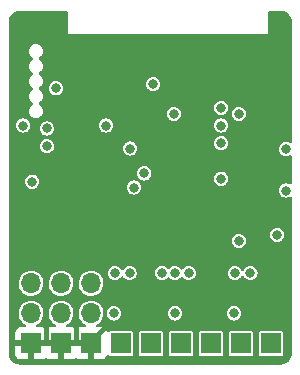
<source format=gbr>
%TF.GenerationSoftware,KiCad,Pcbnew,(6.0.8)*%
%TF.CreationDate,2023-03-27T21:19:56+01:00*%
%TF.ProjectId,m-link-plus,6d2d6c69-6e6b-42d7-906c-75732e6b6963,rev?*%
%TF.SameCoordinates,Original*%
%TF.FileFunction,Copper,L2,Inr*%
%TF.FilePolarity,Positive*%
%FSLAX46Y46*%
G04 Gerber Fmt 4.6, Leading zero omitted, Abs format (unit mm)*
G04 Created by KiCad (PCBNEW (6.0.8)) date 2023-03-27 21:19:56*
%MOMM*%
%LPD*%
G01*
G04 APERTURE LIST*
%TA.AperFunction,ComponentPad*%
%ADD10O,1.700000X1.700000*%
%TD*%
%TA.AperFunction,ComponentPad*%
%ADD11R,1.700000X1.700000*%
%TD*%
%TA.AperFunction,ViaPad*%
%ADD12C,0.800000*%
%TD*%
%TA.AperFunction,Conductor*%
%ADD13C,0.400000*%
%TD*%
%TA.AperFunction,Conductor*%
%ADD14C,0.250000*%
%TD*%
G04 APERTURE END LIST*
D10*
%TO.N,/CH1*%
%TO.C,J3*%
X80905000Y-92114000D03*
%TO.N,+5V*%
X80905000Y-94654000D03*
D11*
%TO.N,GND*%
X80905000Y-97194000D03*
D10*
%TO.N,/CH2*%
X83445000Y-92114000D03*
%TO.N,+5V*%
X83445000Y-94654000D03*
D11*
%TO.N,GND*%
X83445000Y-97194000D03*
D10*
%TO.N,/CH3*%
X85985000Y-92114000D03*
%TO.N,+5V*%
X85985000Y-94654000D03*
D11*
%TO.N,GND*%
X85985000Y-97194000D03*
%TO.N,/M1A*%
X88525000Y-97194000D03*
%TO.N,/M1B*%
X91065000Y-97194000D03*
%TO.N,/M2A*%
X93605000Y-97194000D03*
%TO.N,/M2B*%
X96145000Y-97194000D03*
%TO.N,/M3A*%
X98685000Y-97194000D03*
%TO.N,/M3B*%
X101225000Y-97194000D03*
%TD*%
D12*
%TO.N,GND*%
X94750000Y-80250000D03*
X87000000Y-76250000D03*
X91500000Y-76250000D03*
X99750000Y-87250000D03*
X88200000Y-83500000D03*
X79987701Y-70787701D03*
X81000000Y-82500000D03*
X88000000Y-88750000D03*
X97634000Y-93384000D03*
X92366000Y-93384000D03*
X88000000Y-93400000D03*
X88200000Y-82000000D03*
X101800000Y-93400000D03*
X102500000Y-72000000D03*
X94600000Y-83400000D03*
X101762299Y-92012299D03*
X102500000Y-78250000D03*
X87000000Y-72250000D03*
%TO.N,/DTR*%
X83000000Y-75600000D03*
%TO.N,+5V*%
X98500000Y-88500000D03*
X98096000Y-94654000D03*
X87904000Y-94654000D03*
X93096000Y-94654000D03*
X92000000Y-91225500D03*
%TO.N,/RESET*%
X82250000Y-79000000D03*
%TO.N,/ADC*%
X102500000Y-80750000D03*
%TO.N,/EN*%
X91250000Y-75250000D03*
%TO.N,/MTDI*%
X82250000Y-80500000D03*
%TO.N,/LED1*%
X98500000Y-77750000D03*
%TO.N,+3V3*%
X97000000Y-78750000D03*
X88000000Y-91250000D03*
X97000000Y-80250000D03*
X97000000Y-77250000D03*
X98160000Y-91250000D03*
X80250000Y-78750000D03*
X101750000Y-88000000D03*
X81000000Y-83500000D03*
X97000000Y-83250000D03*
X93080000Y-91250000D03*
X93000000Y-77750000D03*
%TO.N,/SCL*%
X89300000Y-80700000D03*
%TO.N,/SDA*%
X87250000Y-78750000D03*
%TO.N,/SLEEP*%
X99480500Y-91250000D03*
X94250000Y-91250000D03*
X89250000Y-91250000D03*
X102500000Y-84250000D03*
%TO.N,/ENABLE*%
X90500000Y-82800000D03*
%TO.N,/FEEDBACK*%
X89600000Y-84000000D03*
%TD*%
D13*
%TO.N,GND*%
X85985000Y-97015000D02*
X87500000Y-95500000D01*
X85985000Y-97194000D02*
X85985000Y-97015000D01*
D14*
X83445000Y-97194000D02*
X84694000Y-97194000D01*
D13*
X84695000Y-97193000D02*
X84695000Y-93695000D01*
X84694000Y-97194000D02*
X84695000Y-97193000D01*
D14*
X84694000Y-97194000D02*
X84794000Y-97194000D01*
D13*
X84695000Y-93695000D02*
X84500000Y-93500000D01*
X80905000Y-97194000D02*
X85985000Y-97194000D01*
X82194000Y-97194000D02*
X82194000Y-93694000D01*
D14*
X82194000Y-97194000D02*
X83445000Y-97194000D01*
D13*
X82194000Y-93694000D02*
X82000000Y-93500000D01*
D14*
X84794000Y-97194000D02*
X85985000Y-97194000D01*
X80905000Y-97194000D02*
X82194000Y-97194000D01*
%TD*%
%TA.AperFunction,Conductor*%
%TO.N,GND*%
G36*
X83942121Y-69030502D02*
G01*
X83988614Y-69084158D01*
X84000000Y-69136500D01*
X84000000Y-71000000D01*
X101000000Y-71000000D01*
X101000000Y-69136500D01*
X101020002Y-69068379D01*
X101073658Y-69021886D01*
X101126000Y-69010500D01*
X101994491Y-69010500D01*
X101998315Y-69010667D01*
X102000000Y-69011365D01*
X102001365Y-69010800D01*
X102005472Y-69010979D01*
X102043305Y-69014289D01*
X102160847Y-69024573D01*
X102182470Y-69028385D01*
X102251244Y-69046813D01*
X102327781Y-69067321D01*
X102348420Y-69074833D01*
X102484760Y-69138410D01*
X102503780Y-69149392D01*
X102627011Y-69235679D01*
X102643836Y-69249797D01*
X102750203Y-69356164D01*
X102764321Y-69372989D01*
X102850608Y-69496220D01*
X102861590Y-69515240D01*
X102925167Y-69651580D01*
X102932679Y-69672219D01*
X102971614Y-69817526D01*
X102975428Y-69839156D01*
X102989021Y-69994528D01*
X102989200Y-69998635D01*
X102988635Y-70000000D01*
X102989333Y-70001685D01*
X102989500Y-70005509D01*
X102989500Y-80116238D01*
X102969498Y-80184359D01*
X102915842Y-80230852D01*
X102845568Y-80240956D01*
X102804509Y-80226744D01*
X102802841Y-80225464D01*
X102795213Y-80222304D01*
X102664391Y-80168116D01*
X102656762Y-80164956D01*
X102500000Y-80144318D01*
X102343238Y-80164956D01*
X102197159Y-80225464D01*
X102071718Y-80321718D01*
X101975464Y-80447159D01*
X101914956Y-80593238D01*
X101894318Y-80750000D01*
X101914956Y-80906762D01*
X101975464Y-81052841D01*
X102071718Y-81178282D01*
X102197159Y-81274536D01*
X102343238Y-81335044D01*
X102500000Y-81355682D01*
X102508188Y-81354604D01*
X102648574Y-81336122D01*
X102656762Y-81335044D01*
X102774870Y-81286122D01*
X102795215Y-81277695D01*
X102795216Y-81277694D01*
X102802841Y-81274536D01*
X102803718Y-81273863D01*
X102869494Y-81257905D01*
X102936586Y-81281125D01*
X102980474Y-81336931D01*
X102989500Y-81383762D01*
X102989500Y-83616238D01*
X102969498Y-83684359D01*
X102915842Y-83730852D01*
X102845568Y-83740956D01*
X102804509Y-83726744D01*
X102802841Y-83725464D01*
X102795213Y-83722304D01*
X102664391Y-83668116D01*
X102656762Y-83664956D01*
X102500000Y-83644318D01*
X102343238Y-83664956D01*
X102197159Y-83725464D01*
X102071718Y-83821718D01*
X101975464Y-83947159D01*
X101914956Y-84093238D01*
X101894318Y-84250000D01*
X101914956Y-84406762D01*
X101975464Y-84552841D01*
X102071718Y-84678282D01*
X102197159Y-84774536D01*
X102343238Y-84835044D01*
X102500000Y-84855682D01*
X102508188Y-84854604D01*
X102648574Y-84836122D01*
X102656762Y-84835044D01*
X102786934Y-84781125D01*
X102795215Y-84777695D01*
X102795216Y-84777694D01*
X102802841Y-84774536D01*
X102803718Y-84773863D01*
X102869494Y-84757905D01*
X102936586Y-84781125D01*
X102980474Y-84836931D01*
X102989500Y-84883762D01*
X102989500Y-97994491D01*
X102989333Y-97998315D01*
X102988635Y-98000000D01*
X102989200Y-98001365D01*
X102989021Y-98005472D01*
X102977904Y-98132547D01*
X102975428Y-98160844D01*
X102971615Y-98182470D01*
X102940853Y-98297274D01*
X102932679Y-98327781D01*
X102925167Y-98348420D01*
X102861590Y-98484760D01*
X102850608Y-98503780D01*
X102764321Y-98627011D01*
X102750203Y-98643836D01*
X102643836Y-98750203D01*
X102627011Y-98764321D01*
X102503780Y-98850608D01*
X102484760Y-98861590D01*
X102348420Y-98925167D01*
X102327780Y-98932679D01*
X102182470Y-98971615D01*
X102160847Y-98975427D01*
X102043305Y-98985711D01*
X102005472Y-98989021D01*
X102001365Y-98989200D01*
X102000000Y-98988635D01*
X101998315Y-98989333D01*
X101994491Y-98989500D01*
X80005509Y-98989500D01*
X80001685Y-98989333D01*
X80000000Y-98988635D01*
X79998635Y-98989200D01*
X79994528Y-98989021D01*
X79956695Y-98985711D01*
X79839153Y-98975427D01*
X79817530Y-98971615D01*
X79672220Y-98932679D01*
X79651580Y-98925167D01*
X79515240Y-98861590D01*
X79496220Y-98850608D01*
X79372989Y-98764321D01*
X79356164Y-98750203D01*
X79249797Y-98643836D01*
X79235679Y-98627011D01*
X79149392Y-98503780D01*
X79138410Y-98484760D01*
X79074833Y-98348420D01*
X79067321Y-98327781D01*
X79059147Y-98297274D01*
X79028385Y-98182470D01*
X79024572Y-98160844D01*
X79022097Y-98132547D01*
X79018258Y-98088669D01*
X79547001Y-98088669D01*
X79547371Y-98095490D01*
X79552895Y-98146352D01*
X79556521Y-98161604D01*
X79601676Y-98282054D01*
X79610214Y-98297649D01*
X79686715Y-98399724D01*
X79699276Y-98412285D01*
X79801351Y-98488786D01*
X79816946Y-98497324D01*
X79937394Y-98542478D01*
X79952649Y-98546105D01*
X80003514Y-98551631D01*
X80010328Y-98552000D01*
X80632885Y-98552000D01*
X80648124Y-98547525D01*
X80649329Y-98546135D01*
X80651000Y-98538452D01*
X80651000Y-98533884D01*
X81159000Y-98533884D01*
X81163475Y-98549123D01*
X81164865Y-98550328D01*
X81172548Y-98551999D01*
X81799669Y-98551999D01*
X81806490Y-98551629D01*
X81857352Y-98546105D01*
X81872604Y-98542479D01*
X81993054Y-98497324D01*
X82008644Y-98488789D01*
X82099435Y-98420745D01*
X82165942Y-98395898D01*
X82235324Y-98410951D01*
X82250565Y-98420745D01*
X82341356Y-98488789D01*
X82356946Y-98497324D01*
X82477394Y-98542478D01*
X82492649Y-98546105D01*
X82543514Y-98551631D01*
X82550328Y-98552000D01*
X83172885Y-98552000D01*
X83188124Y-98547525D01*
X83189329Y-98546135D01*
X83191000Y-98538452D01*
X83191000Y-98533884D01*
X83699000Y-98533884D01*
X83703475Y-98549123D01*
X83704865Y-98550328D01*
X83712548Y-98551999D01*
X84339669Y-98551999D01*
X84346490Y-98551629D01*
X84397352Y-98546105D01*
X84412604Y-98542479D01*
X84533054Y-98497324D01*
X84548644Y-98488789D01*
X84639435Y-98420745D01*
X84705942Y-98395898D01*
X84775324Y-98410951D01*
X84790565Y-98420745D01*
X84881356Y-98488789D01*
X84896946Y-98497324D01*
X85017394Y-98542478D01*
X85032649Y-98546105D01*
X85083514Y-98551631D01*
X85090328Y-98552000D01*
X85712885Y-98552000D01*
X85728124Y-98547525D01*
X85729329Y-98546135D01*
X85731000Y-98538452D01*
X85731000Y-97466115D01*
X85726525Y-97450876D01*
X85725135Y-97449671D01*
X85717452Y-97448000D01*
X83717115Y-97448000D01*
X83701876Y-97452475D01*
X83700671Y-97453865D01*
X83699000Y-97461548D01*
X83699000Y-98533884D01*
X83191000Y-98533884D01*
X83191000Y-97466115D01*
X83186525Y-97450876D01*
X83185135Y-97449671D01*
X83177452Y-97448000D01*
X81177115Y-97448000D01*
X81161876Y-97452475D01*
X81160671Y-97453865D01*
X81159000Y-97461548D01*
X81159000Y-98533884D01*
X80651000Y-98533884D01*
X80651000Y-97466115D01*
X80646525Y-97450876D01*
X80645135Y-97449671D01*
X80637452Y-97448000D01*
X79565116Y-97448000D01*
X79549877Y-97452475D01*
X79548672Y-97453865D01*
X79547001Y-97461548D01*
X79547001Y-98088669D01*
X79018258Y-98088669D01*
X79010979Y-98005472D01*
X79010800Y-98001365D01*
X79011365Y-98000000D01*
X79010667Y-97998315D01*
X79010500Y-97994491D01*
X79010500Y-96921885D01*
X79547000Y-96921885D01*
X79551475Y-96937124D01*
X79552865Y-96938329D01*
X79560548Y-96940000D01*
X86113000Y-96940000D01*
X86181121Y-96960002D01*
X86227614Y-97013658D01*
X86239000Y-97066000D01*
X86239000Y-98533884D01*
X86243475Y-98549123D01*
X86244865Y-98550328D01*
X86252548Y-98551999D01*
X86879669Y-98551999D01*
X86886490Y-98551629D01*
X86937352Y-98546105D01*
X86952604Y-98542479D01*
X87073054Y-98497324D01*
X87088649Y-98488786D01*
X87190724Y-98412285D01*
X87203285Y-98399724D01*
X87279786Y-98297649D01*
X87288324Y-98282054D01*
X87312075Y-98218699D01*
X87354717Y-98161935D01*
X87421278Y-98137235D01*
X87490627Y-98152443D01*
X87519152Y-98173834D01*
X87523557Y-98178239D01*
X87530448Y-98188552D01*
X87596769Y-98232867D01*
X87608938Y-98235288D01*
X87608939Y-98235288D01*
X87649184Y-98243293D01*
X87655252Y-98244500D01*
X89394748Y-98244500D01*
X89400816Y-98243293D01*
X89441061Y-98235288D01*
X89441062Y-98235288D01*
X89453231Y-98232867D01*
X89519552Y-98188552D01*
X89547750Y-98146352D01*
X89556974Y-98132547D01*
X89563867Y-98122231D01*
X89575500Y-98063748D01*
X90014500Y-98063748D01*
X90026133Y-98122231D01*
X90033026Y-98132547D01*
X90042250Y-98146352D01*
X90070448Y-98188552D01*
X90136769Y-98232867D01*
X90148938Y-98235288D01*
X90148939Y-98235288D01*
X90189184Y-98243293D01*
X90195252Y-98244500D01*
X91934748Y-98244500D01*
X91940816Y-98243293D01*
X91981061Y-98235288D01*
X91981062Y-98235288D01*
X91993231Y-98232867D01*
X92059552Y-98188552D01*
X92087750Y-98146352D01*
X92096974Y-98132547D01*
X92103867Y-98122231D01*
X92115500Y-98063748D01*
X92554500Y-98063748D01*
X92566133Y-98122231D01*
X92573026Y-98132547D01*
X92582250Y-98146352D01*
X92610448Y-98188552D01*
X92676769Y-98232867D01*
X92688938Y-98235288D01*
X92688939Y-98235288D01*
X92729184Y-98243293D01*
X92735252Y-98244500D01*
X94474748Y-98244500D01*
X94480816Y-98243293D01*
X94521061Y-98235288D01*
X94521062Y-98235288D01*
X94533231Y-98232867D01*
X94599552Y-98188552D01*
X94627750Y-98146352D01*
X94636974Y-98132547D01*
X94643867Y-98122231D01*
X94655500Y-98063748D01*
X95094500Y-98063748D01*
X95106133Y-98122231D01*
X95113026Y-98132547D01*
X95122250Y-98146352D01*
X95150448Y-98188552D01*
X95216769Y-98232867D01*
X95228938Y-98235288D01*
X95228939Y-98235288D01*
X95269184Y-98243293D01*
X95275252Y-98244500D01*
X97014748Y-98244500D01*
X97020816Y-98243293D01*
X97061061Y-98235288D01*
X97061062Y-98235288D01*
X97073231Y-98232867D01*
X97139552Y-98188552D01*
X97167750Y-98146352D01*
X97176974Y-98132547D01*
X97183867Y-98122231D01*
X97195500Y-98063748D01*
X97634500Y-98063748D01*
X97646133Y-98122231D01*
X97653026Y-98132547D01*
X97662250Y-98146352D01*
X97690448Y-98188552D01*
X97756769Y-98232867D01*
X97768938Y-98235288D01*
X97768939Y-98235288D01*
X97809184Y-98243293D01*
X97815252Y-98244500D01*
X99554748Y-98244500D01*
X99560816Y-98243293D01*
X99601061Y-98235288D01*
X99601062Y-98235288D01*
X99613231Y-98232867D01*
X99679552Y-98188552D01*
X99707750Y-98146352D01*
X99716974Y-98132547D01*
X99723867Y-98122231D01*
X99735500Y-98063748D01*
X100174500Y-98063748D01*
X100186133Y-98122231D01*
X100193026Y-98132547D01*
X100202250Y-98146352D01*
X100230448Y-98188552D01*
X100296769Y-98232867D01*
X100308938Y-98235288D01*
X100308939Y-98235288D01*
X100349184Y-98243293D01*
X100355252Y-98244500D01*
X102094748Y-98244500D01*
X102100816Y-98243293D01*
X102141061Y-98235288D01*
X102141062Y-98235288D01*
X102153231Y-98232867D01*
X102219552Y-98188552D01*
X102247750Y-98146352D01*
X102256974Y-98132547D01*
X102263867Y-98122231D01*
X102275500Y-98063748D01*
X102275500Y-96324252D01*
X102263867Y-96265769D01*
X102219552Y-96199448D01*
X102153231Y-96155133D01*
X102141062Y-96152712D01*
X102141061Y-96152712D01*
X102100816Y-96144707D01*
X102094748Y-96143500D01*
X100355252Y-96143500D01*
X100349184Y-96144707D01*
X100308939Y-96152712D01*
X100308938Y-96152712D01*
X100296769Y-96155133D01*
X100230448Y-96199448D01*
X100186133Y-96265769D01*
X100174500Y-96324252D01*
X100174500Y-98063748D01*
X99735500Y-98063748D01*
X99735500Y-96324252D01*
X99723867Y-96265769D01*
X99679552Y-96199448D01*
X99613231Y-96155133D01*
X99601062Y-96152712D01*
X99601061Y-96152712D01*
X99560816Y-96144707D01*
X99554748Y-96143500D01*
X97815252Y-96143500D01*
X97809184Y-96144707D01*
X97768939Y-96152712D01*
X97768938Y-96152712D01*
X97756769Y-96155133D01*
X97690448Y-96199448D01*
X97646133Y-96265769D01*
X97634500Y-96324252D01*
X97634500Y-98063748D01*
X97195500Y-98063748D01*
X97195500Y-96324252D01*
X97183867Y-96265769D01*
X97139552Y-96199448D01*
X97073231Y-96155133D01*
X97061062Y-96152712D01*
X97061061Y-96152712D01*
X97020816Y-96144707D01*
X97014748Y-96143500D01*
X95275252Y-96143500D01*
X95269184Y-96144707D01*
X95228939Y-96152712D01*
X95228938Y-96152712D01*
X95216769Y-96155133D01*
X95150448Y-96199448D01*
X95106133Y-96265769D01*
X95094500Y-96324252D01*
X95094500Y-98063748D01*
X94655500Y-98063748D01*
X94655500Y-96324252D01*
X94643867Y-96265769D01*
X94599552Y-96199448D01*
X94533231Y-96155133D01*
X94521062Y-96152712D01*
X94521061Y-96152712D01*
X94480816Y-96144707D01*
X94474748Y-96143500D01*
X92735252Y-96143500D01*
X92729184Y-96144707D01*
X92688939Y-96152712D01*
X92688938Y-96152712D01*
X92676769Y-96155133D01*
X92610448Y-96199448D01*
X92566133Y-96265769D01*
X92554500Y-96324252D01*
X92554500Y-98063748D01*
X92115500Y-98063748D01*
X92115500Y-96324252D01*
X92103867Y-96265769D01*
X92059552Y-96199448D01*
X91993231Y-96155133D01*
X91981062Y-96152712D01*
X91981061Y-96152712D01*
X91940816Y-96144707D01*
X91934748Y-96143500D01*
X90195252Y-96143500D01*
X90189184Y-96144707D01*
X90148939Y-96152712D01*
X90148938Y-96152712D01*
X90136769Y-96155133D01*
X90070448Y-96199448D01*
X90026133Y-96265769D01*
X90014500Y-96324252D01*
X90014500Y-98063748D01*
X89575500Y-98063748D01*
X89575500Y-96324252D01*
X89563867Y-96265769D01*
X89519552Y-96199448D01*
X89453231Y-96155133D01*
X89441062Y-96152712D01*
X89441061Y-96152712D01*
X89400816Y-96144707D01*
X89394748Y-96143500D01*
X87655252Y-96143500D01*
X87649184Y-96144707D01*
X87608939Y-96152712D01*
X87608938Y-96152712D01*
X87596769Y-96155133D01*
X87530448Y-96199448D01*
X87523557Y-96209761D01*
X87519152Y-96214166D01*
X87456840Y-96248192D01*
X87386025Y-96243127D01*
X87329189Y-96200580D01*
X87312075Y-96169301D01*
X87288324Y-96105946D01*
X87279786Y-96090351D01*
X87203285Y-95988276D01*
X87190724Y-95975715D01*
X87088649Y-95899214D01*
X87073054Y-95890676D01*
X86952606Y-95845522D01*
X86937351Y-95841895D01*
X86886486Y-95836369D01*
X86879672Y-95836000D01*
X86503932Y-95836000D01*
X86435811Y-95815998D01*
X86389318Y-95762342D01*
X86379214Y-95692068D01*
X86408708Y-95627488D01*
X86447121Y-95597534D01*
X86545116Y-95548033D01*
X86550610Y-95545258D01*
X86712951Y-95418424D01*
X86847564Y-95262472D01*
X86868387Y-95225818D01*
X86946276Y-95088707D01*
X86949323Y-95083344D01*
X87014351Y-94887863D01*
X87040171Y-94683474D01*
X87040583Y-94654000D01*
X87298318Y-94654000D01*
X87318956Y-94810762D01*
X87379464Y-94956841D01*
X87475718Y-95082282D01*
X87601159Y-95178536D01*
X87747238Y-95239044D01*
X87904000Y-95259682D01*
X87912188Y-95258604D01*
X88052574Y-95240122D01*
X88060762Y-95239044D01*
X88206841Y-95178536D01*
X88332282Y-95082282D01*
X88428536Y-94956841D01*
X88489044Y-94810762D01*
X88509682Y-94654000D01*
X92490318Y-94654000D01*
X92510956Y-94810762D01*
X92571464Y-94956841D01*
X92667718Y-95082282D01*
X92793159Y-95178536D01*
X92939238Y-95239044D01*
X93096000Y-95259682D01*
X93104188Y-95258604D01*
X93244574Y-95240122D01*
X93252762Y-95239044D01*
X93398841Y-95178536D01*
X93524282Y-95082282D01*
X93620536Y-94956841D01*
X93681044Y-94810762D01*
X93701682Y-94654000D01*
X97490318Y-94654000D01*
X97510956Y-94810762D01*
X97571464Y-94956841D01*
X97667718Y-95082282D01*
X97793159Y-95178536D01*
X97939238Y-95239044D01*
X98096000Y-95259682D01*
X98104188Y-95258604D01*
X98244574Y-95240122D01*
X98252762Y-95239044D01*
X98398841Y-95178536D01*
X98524282Y-95082282D01*
X98620536Y-94956841D01*
X98681044Y-94810762D01*
X98701682Y-94654000D01*
X98681044Y-94497238D01*
X98620536Y-94351159D01*
X98524282Y-94225718D01*
X98398841Y-94129464D01*
X98252762Y-94068956D01*
X98096000Y-94048318D01*
X97939238Y-94068956D01*
X97793159Y-94129464D01*
X97667718Y-94225718D01*
X97571464Y-94351159D01*
X97510956Y-94497238D01*
X97490318Y-94654000D01*
X93701682Y-94654000D01*
X93681044Y-94497238D01*
X93620536Y-94351159D01*
X93524282Y-94225718D01*
X93398841Y-94129464D01*
X93252762Y-94068956D01*
X93096000Y-94048318D01*
X92939238Y-94068956D01*
X92793159Y-94129464D01*
X92667718Y-94225718D01*
X92571464Y-94351159D01*
X92510956Y-94497238D01*
X92490318Y-94654000D01*
X88509682Y-94654000D01*
X88489044Y-94497238D01*
X88428536Y-94351159D01*
X88332282Y-94225718D01*
X88206841Y-94129464D01*
X88060762Y-94068956D01*
X87904000Y-94048318D01*
X87747238Y-94068956D01*
X87601159Y-94129464D01*
X87475718Y-94225718D01*
X87379464Y-94351159D01*
X87318956Y-94497238D01*
X87298318Y-94654000D01*
X87040583Y-94654000D01*
X87020480Y-94448970D01*
X86960935Y-94251749D01*
X86864218Y-94069849D01*
X86790859Y-93979902D01*
X86737906Y-93914975D01*
X86737903Y-93914972D01*
X86734011Y-93910200D01*
X86716786Y-93895950D01*
X86580025Y-93782811D01*
X86580021Y-93782809D01*
X86575275Y-93778882D01*
X86394055Y-93680897D01*
X86197254Y-93619977D01*
X86191129Y-93619333D01*
X86191128Y-93619333D01*
X85998498Y-93599087D01*
X85998496Y-93599087D01*
X85992369Y-93598443D01*
X85905529Y-93606346D01*
X85793342Y-93616555D01*
X85793339Y-93616556D01*
X85787203Y-93617114D01*
X85589572Y-93675280D01*
X85407002Y-93770726D01*
X85402201Y-93774586D01*
X85402198Y-93774588D01*
X85391971Y-93782811D01*
X85246447Y-93899815D01*
X85114024Y-94057630D01*
X85111056Y-94063028D01*
X85111053Y-94063033D01*
X85021617Y-94225718D01*
X85014776Y-94238162D01*
X84952484Y-94434532D01*
X84951798Y-94440649D01*
X84951797Y-94440653D01*
X84946306Y-94489609D01*
X84929520Y-94639262D01*
X84946759Y-94844553D01*
X84948458Y-94850478D01*
X84980836Y-94963392D01*
X85003544Y-95042586D01*
X85006359Y-95048063D01*
X85006360Y-95048066D01*
X85026526Y-95087305D01*
X85097712Y-95225818D01*
X85225677Y-95387270D01*
X85382564Y-95520791D01*
X85431308Y-95548033D01*
X85524315Y-95600013D01*
X85574020Y-95650707D01*
X85588428Y-95720226D01*
X85562964Y-95786499D01*
X85505713Y-95828484D01*
X85462844Y-95836001D01*
X85090331Y-95836001D01*
X85083510Y-95836371D01*
X85032648Y-95841895D01*
X85017396Y-95845521D01*
X84896946Y-95890676D01*
X84881356Y-95899211D01*
X84790565Y-95967255D01*
X84724058Y-95992102D01*
X84654676Y-95977049D01*
X84639435Y-95967255D01*
X84548644Y-95899211D01*
X84533054Y-95890676D01*
X84412606Y-95845522D01*
X84397351Y-95841895D01*
X84346486Y-95836369D01*
X84339672Y-95836000D01*
X83963932Y-95836000D01*
X83895811Y-95815998D01*
X83849318Y-95762342D01*
X83839214Y-95692068D01*
X83868708Y-95627488D01*
X83907121Y-95597534D01*
X84005116Y-95548033D01*
X84010610Y-95545258D01*
X84172951Y-95418424D01*
X84307564Y-95262472D01*
X84328387Y-95225818D01*
X84406276Y-95088707D01*
X84409323Y-95083344D01*
X84474351Y-94887863D01*
X84500171Y-94683474D01*
X84500583Y-94654000D01*
X84480480Y-94448970D01*
X84420935Y-94251749D01*
X84324218Y-94069849D01*
X84250859Y-93979902D01*
X84197906Y-93914975D01*
X84197903Y-93914972D01*
X84194011Y-93910200D01*
X84176786Y-93895950D01*
X84040025Y-93782811D01*
X84040021Y-93782809D01*
X84035275Y-93778882D01*
X83854055Y-93680897D01*
X83657254Y-93619977D01*
X83651129Y-93619333D01*
X83651128Y-93619333D01*
X83458498Y-93599087D01*
X83458496Y-93599087D01*
X83452369Y-93598443D01*
X83365529Y-93606346D01*
X83253342Y-93616555D01*
X83253339Y-93616556D01*
X83247203Y-93617114D01*
X83049572Y-93675280D01*
X82867002Y-93770726D01*
X82862201Y-93774586D01*
X82862198Y-93774588D01*
X82851971Y-93782811D01*
X82706447Y-93899815D01*
X82574024Y-94057630D01*
X82571056Y-94063028D01*
X82571053Y-94063033D01*
X82481617Y-94225718D01*
X82474776Y-94238162D01*
X82412484Y-94434532D01*
X82411798Y-94440649D01*
X82411797Y-94440653D01*
X82406306Y-94489609D01*
X82389520Y-94639262D01*
X82406759Y-94844553D01*
X82408458Y-94850478D01*
X82440836Y-94963392D01*
X82463544Y-95042586D01*
X82466359Y-95048063D01*
X82466360Y-95048066D01*
X82486526Y-95087305D01*
X82557712Y-95225818D01*
X82685677Y-95387270D01*
X82842564Y-95520791D01*
X82891308Y-95548033D01*
X82984315Y-95600013D01*
X83034020Y-95650707D01*
X83048428Y-95720226D01*
X83022964Y-95786499D01*
X82965713Y-95828484D01*
X82922844Y-95836001D01*
X82550331Y-95836001D01*
X82543510Y-95836371D01*
X82492648Y-95841895D01*
X82477396Y-95845521D01*
X82356946Y-95890676D01*
X82341356Y-95899211D01*
X82250565Y-95967255D01*
X82184058Y-95992102D01*
X82114676Y-95977049D01*
X82099435Y-95967255D01*
X82008644Y-95899211D01*
X81993054Y-95890676D01*
X81872606Y-95845522D01*
X81857351Y-95841895D01*
X81806486Y-95836369D01*
X81799672Y-95836000D01*
X81423932Y-95836000D01*
X81355811Y-95815998D01*
X81309318Y-95762342D01*
X81299214Y-95692068D01*
X81328708Y-95627488D01*
X81367121Y-95597534D01*
X81465116Y-95548033D01*
X81470610Y-95545258D01*
X81632951Y-95418424D01*
X81767564Y-95262472D01*
X81788387Y-95225818D01*
X81866276Y-95088707D01*
X81869323Y-95083344D01*
X81934351Y-94887863D01*
X81960171Y-94683474D01*
X81960583Y-94654000D01*
X81940480Y-94448970D01*
X81880935Y-94251749D01*
X81784218Y-94069849D01*
X81710859Y-93979902D01*
X81657906Y-93914975D01*
X81657903Y-93914972D01*
X81654011Y-93910200D01*
X81636786Y-93895950D01*
X81500025Y-93782811D01*
X81500021Y-93782809D01*
X81495275Y-93778882D01*
X81314055Y-93680897D01*
X81117254Y-93619977D01*
X81111129Y-93619333D01*
X81111128Y-93619333D01*
X80918498Y-93599087D01*
X80918496Y-93599087D01*
X80912369Y-93598443D01*
X80825529Y-93606346D01*
X80713342Y-93616555D01*
X80713339Y-93616556D01*
X80707203Y-93617114D01*
X80509572Y-93675280D01*
X80327002Y-93770726D01*
X80322201Y-93774586D01*
X80322198Y-93774588D01*
X80311971Y-93782811D01*
X80166447Y-93899815D01*
X80034024Y-94057630D01*
X80031056Y-94063028D01*
X80031053Y-94063033D01*
X79941617Y-94225718D01*
X79934776Y-94238162D01*
X79872484Y-94434532D01*
X79871798Y-94440649D01*
X79871797Y-94440653D01*
X79866306Y-94489609D01*
X79849520Y-94639262D01*
X79866759Y-94844553D01*
X79868458Y-94850478D01*
X79900836Y-94963392D01*
X79923544Y-95042586D01*
X79926359Y-95048063D01*
X79926360Y-95048066D01*
X79946526Y-95087305D01*
X80017712Y-95225818D01*
X80145677Y-95387270D01*
X80302564Y-95520791D01*
X80351308Y-95548033D01*
X80444315Y-95600013D01*
X80494020Y-95650707D01*
X80508428Y-95720226D01*
X80482964Y-95786499D01*
X80425713Y-95828484D01*
X80382844Y-95836001D01*
X80010331Y-95836001D01*
X80003510Y-95836371D01*
X79952648Y-95841895D01*
X79937396Y-95845521D01*
X79816946Y-95890676D01*
X79801351Y-95899214D01*
X79699276Y-95975715D01*
X79686715Y-95988276D01*
X79610214Y-96090351D01*
X79601676Y-96105946D01*
X79556522Y-96226394D01*
X79552895Y-96241649D01*
X79547369Y-96292514D01*
X79547000Y-96299328D01*
X79547000Y-96921885D01*
X79010500Y-96921885D01*
X79010500Y-92099262D01*
X79849520Y-92099262D01*
X79866759Y-92304553D01*
X79923544Y-92502586D01*
X79926359Y-92508063D01*
X79926360Y-92508066D01*
X79947247Y-92548707D01*
X80017712Y-92685818D01*
X80145677Y-92847270D01*
X80302564Y-92980791D01*
X80482398Y-93081297D01*
X80577238Y-93112113D01*
X80672471Y-93143056D01*
X80672475Y-93143057D01*
X80678329Y-93144959D01*
X80882894Y-93169351D01*
X80889029Y-93168879D01*
X80889031Y-93168879D01*
X80945039Y-93164569D01*
X81088300Y-93153546D01*
X81094230Y-93151890D01*
X81094232Y-93151890D01*
X81280797Y-93099800D01*
X81280796Y-93099800D01*
X81286725Y-93098145D01*
X81292214Y-93095372D01*
X81292220Y-93095370D01*
X81465116Y-93008033D01*
X81470610Y-93005258D01*
X81632951Y-92878424D01*
X81767564Y-92722472D01*
X81788387Y-92685818D01*
X81866276Y-92548707D01*
X81869323Y-92543344D01*
X81934351Y-92347863D01*
X81960171Y-92143474D01*
X81960583Y-92114000D01*
X81959138Y-92099262D01*
X82389520Y-92099262D01*
X82406759Y-92304553D01*
X82463544Y-92502586D01*
X82466359Y-92508063D01*
X82466360Y-92508066D01*
X82487247Y-92548707D01*
X82557712Y-92685818D01*
X82685677Y-92847270D01*
X82842564Y-92980791D01*
X83022398Y-93081297D01*
X83117238Y-93112113D01*
X83212471Y-93143056D01*
X83212475Y-93143057D01*
X83218329Y-93144959D01*
X83422894Y-93169351D01*
X83429029Y-93168879D01*
X83429031Y-93168879D01*
X83485039Y-93164569D01*
X83628300Y-93153546D01*
X83634230Y-93151890D01*
X83634232Y-93151890D01*
X83820797Y-93099800D01*
X83820796Y-93099800D01*
X83826725Y-93098145D01*
X83832214Y-93095372D01*
X83832220Y-93095370D01*
X84005116Y-93008033D01*
X84010610Y-93005258D01*
X84172951Y-92878424D01*
X84307564Y-92722472D01*
X84328387Y-92685818D01*
X84406276Y-92548707D01*
X84409323Y-92543344D01*
X84474351Y-92347863D01*
X84500171Y-92143474D01*
X84500583Y-92114000D01*
X84499138Y-92099262D01*
X84929520Y-92099262D01*
X84946759Y-92304553D01*
X85003544Y-92502586D01*
X85006359Y-92508063D01*
X85006360Y-92508066D01*
X85027247Y-92548707D01*
X85097712Y-92685818D01*
X85225677Y-92847270D01*
X85382564Y-92980791D01*
X85562398Y-93081297D01*
X85657238Y-93112113D01*
X85752471Y-93143056D01*
X85752475Y-93143057D01*
X85758329Y-93144959D01*
X85962894Y-93169351D01*
X85969029Y-93168879D01*
X85969031Y-93168879D01*
X86025039Y-93164569D01*
X86168300Y-93153546D01*
X86174230Y-93151890D01*
X86174232Y-93151890D01*
X86360797Y-93099800D01*
X86360796Y-93099800D01*
X86366725Y-93098145D01*
X86372214Y-93095372D01*
X86372220Y-93095370D01*
X86545116Y-93008033D01*
X86550610Y-93005258D01*
X86712951Y-92878424D01*
X86847564Y-92722472D01*
X86868387Y-92685818D01*
X86946276Y-92548707D01*
X86949323Y-92543344D01*
X87014351Y-92347863D01*
X87040171Y-92143474D01*
X87040583Y-92114000D01*
X87020480Y-91908970D01*
X86960935Y-91711749D01*
X86864218Y-91529849D01*
X86790859Y-91439902D01*
X86737906Y-91374975D01*
X86737903Y-91374972D01*
X86734011Y-91370200D01*
X86716786Y-91355950D01*
X86588715Y-91250000D01*
X87394318Y-91250000D01*
X87395396Y-91258188D01*
X87408267Y-91355950D01*
X87414956Y-91406762D01*
X87475464Y-91552841D01*
X87571718Y-91678282D01*
X87697159Y-91774536D01*
X87843238Y-91835044D01*
X88000000Y-91855682D01*
X88008188Y-91854604D01*
X88148574Y-91836122D01*
X88156762Y-91835044D01*
X88302841Y-91774536D01*
X88428282Y-91678282D01*
X88447082Y-91653782D01*
X88524536Y-91552841D01*
X88527201Y-91554886D01*
X88567250Y-91516691D01*
X88636962Y-91503246D01*
X88702876Y-91529625D01*
X88723980Y-91553980D01*
X88725464Y-91552841D01*
X88802919Y-91653782D01*
X88821718Y-91678282D01*
X88947159Y-91774536D01*
X89093238Y-91835044D01*
X89250000Y-91855682D01*
X89258188Y-91854604D01*
X89398574Y-91836122D01*
X89406762Y-91835044D01*
X89552841Y-91774536D01*
X89678282Y-91678282D01*
X89774536Y-91552841D01*
X89835044Y-91406762D01*
X89841734Y-91355950D01*
X89854604Y-91258188D01*
X89855682Y-91250000D01*
X89852457Y-91225500D01*
X91394318Y-91225500D01*
X91414956Y-91382262D01*
X91475464Y-91528341D01*
X91571718Y-91653782D01*
X91697159Y-91750036D01*
X91843238Y-91810544D01*
X92000000Y-91831182D01*
X92008188Y-91830104D01*
X92148574Y-91811622D01*
X92156762Y-91810544D01*
X92302841Y-91750036D01*
X92428282Y-91653782D01*
X92433305Y-91647236D01*
X92439150Y-91641391D01*
X92440945Y-91643186D01*
X92487977Y-91608845D01*
X92558848Y-91604624D01*
X92620751Y-91639389D01*
X92630562Y-91650712D01*
X92646694Y-91671735D01*
X92651718Y-91678282D01*
X92777159Y-91774536D01*
X92923238Y-91835044D01*
X93080000Y-91855682D01*
X93088188Y-91854604D01*
X93228574Y-91836122D01*
X93236762Y-91835044D01*
X93382841Y-91774536D01*
X93508282Y-91678282D01*
X93565037Y-91604317D01*
X93622375Y-91562450D01*
X93693246Y-91558228D01*
X93755149Y-91592992D01*
X93764961Y-91604315D01*
X93821718Y-91678282D01*
X93947159Y-91774536D01*
X94093238Y-91835044D01*
X94250000Y-91855682D01*
X94258188Y-91854604D01*
X94398574Y-91836122D01*
X94406762Y-91835044D01*
X94552841Y-91774536D01*
X94678282Y-91678282D01*
X94774536Y-91552841D01*
X94835044Y-91406762D01*
X94841734Y-91355950D01*
X94854604Y-91258188D01*
X94855682Y-91250000D01*
X97554318Y-91250000D01*
X97555396Y-91258188D01*
X97568267Y-91355950D01*
X97574956Y-91406762D01*
X97635464Y-91552841D01*
X97731718Y-91678282D01*
X97857159Y-91774536D01*
X98003238Y-91835044D01*
X98160000Y-91855682D01*
X98168188Y-91854604D01*
X98308574Y-91836122D01*
X98316762Y-91835044D01*
X98462841Y-91774536D01*
X98588282Y-91678282D01*
X98684536Y-91552841D01*
X98703841Y-91506235D01*
X98748390Y-91450954D01*
X98815753Y-91428533D01*
X98884544Y-91446091D01*
X98932923Y-91498054D01*
X98936659Y-91506235D01*
X98955964Y-91552841D01*
X99052218Y-91678282D01*
X99177659Y-91774536D01*
X99323738Y-91835044D01*
X99480500Y-91855682D01*
X99488688Y-91854604D01*
X99629074Y-91836122D01*
X99637262Y-91835044D01*
X99783341Y-91774536D01*
X99908782Y-91678282D01*
X100005036Y-91552841D01*
X100065544Y-91406762D01*
X100072234Y-91355950D01*
X100085104Y-91258188D01*
X100086182Y-91250000D01*
X100065544Y-91093238D01*
X100005036Y-90947159D01*
X99908782Y-90821718D01*
X99783341Y-90725464D01*
X99637262Y-90664956D01*
X99480500Y-90644318D01*
X99323738Y-90664956D01*
X99177659Y-90725464D01*
X99052218Y-90821718D01*
X98955964Y-90947159D01*
X98952804Y-90954789D01*
X98936659Y-90993765D01*
X98892110Y-91049046D01*
X98824747Y-91071467D01*
X98755956Y-91053909D01*
X98707577Y-91001946D01*
X98703841Y-90993765D01*
X98687696Y-90954789D01*
X98684536Y-90947159D01*
X98588282Y-90821718D01*
X98462841Y-90725464D01*
X98316762Y-90664956D01*
X98160000Y-90644318D01*
X98003238Y-90664956D01*
X97857159Y-90725464D01*
X97731718Y-90821718D01*
X97635464Y-90947159D01*
X97574956Y-91093238D01*
X97554318Y-91250000D01*
X94855682Y-91250000D01*
X94835044Y-91093238D01*
X94774536Y-90947159D01*
X94678282Y-90821718D01*
X94552841Y-90725464D01*
X94406762Y-90664956D01*
X94250000Y-90644318D01*
X94093238Y-90664956D01*
X93947159Y-90725464D01*
X93821718Y-90821718D01*
X93816695Y-90828264D01*
X93764963Y-90895683D01*
X93707625Y-90937550D01*
X93636754Y-90941772D01*
X93574851Y-90907008D01*
X93565037Y-90895683D01*
X93513305Y-90828264D01*
X93508282Y-90821718D01*
X93382841Y-90725464D01*
X93236762Y-90664956D01*
X93080000Y-90644318D01*
X92923238Y-90664956D01*
X92777159Y-90725464D01*
X92651718Y-90821718D01*
X92646695Y-90828264D01*
X92640850Y-90834109D01*
X92639055Y-90832314D01*
X92592023Y-90866655D01*
X92521152Y-90870876D01*
X92459249Y-90836111D01*
X92449438Y-90824788D01*
X92433306Y-90803765D01*
X92433305Y-90803764D01*
X92428282Y-90797218D01*
X92302841Y-90700964D01*
X92156762Y-90640456D01*
X92000000Y-90619818D01*
X91843238Y-90640456D01*
X91697159Y-90700964D01*
X91571718Y-90797218D01*
X91475464Y-90922659D01*
X91414956Y-91068738D01*
X91394318Y-91225500D01*
X89852457Y-91225500D01*
X89835044Y-91093238D01*
X89774536Y-90947159D01*
X89678282Y-90821718D01*
X89552841Y-90725464D01*
X89406762Y-90664956D01*
X89250000Y-90644318D01*
X89093238Y-90664956D01*
X88947159Y-90725464D01*
X88821718Y-90821718D01*
X88725464Y-90947159D01*
X88722799Y-90945114D01*
X88682750Y-90983309D01*
X88613038Y-90996754D01*
X88547124Y-90970375D01*
X88526020Y-90946020D01*
X88524536Y-90947159D01*
X88433305Y-90828264D01*
X88428282Y-90821718D01*
X88302841Y-90725464D01*
X88156762Y-90664956D01*
X88000000Y-90644318D01*
X87843238Y-90664956D01*
X87697159Y-90725464D01*
X87571718Y-90821718D01*
X87475464Y-90947159D01*
X87414956Y-91093238D01*
X87394318Y-91250000D01*
X86588715Y-91250000D01*
X86580025Y-91242811D01*
X86580021Y-91242809D01*
X86575275Y-91238882D01*
X86394055Y-91140897D01*
X86197254Y-91079977D01*
X86191129Y-91079333D01*
X86191128Y-91079333D01*
X85998498Y-91059087D01*
X85998496Y-91059087D01*
X85992369Y-91058443D01*
X85905529Y-91066346D01*
X85793342Y-91076555D01*
X85793339Y-91076556D01*
X85787203Y-91077114D01*
X85589572Y-91135280D01*
X85407002Y-91230726D01*
X85402201Y-91234586D01*
X85402198Y-91234588D01*
X85251254Y-91355950D01*
X85246447Y-91359815D01*
X85114024Y-91517630D01*
X85111056Y-91523028D01*
X85111053Y-91523033D01*
X85029304Y-91671735D01*
X85014776Y-91698162D01*
X85012913Y-91704035D01*
X84978785Y-91811622D01*
X84952484Y-91894532D01*
X84951798Y-91900649D01*
X84951797Y-91900653D01*
X84930207Y-92093137D01*
X84929520Y-92099262D01*
X84499138Y-92099262D01*
X84480480Y-91908970D01*
X84420935Y-91711749D01*
X84324218Y-91529849D01*
X84250859Y-91439902D01*
X84197906Y-91374975D01*
X84197903Y-91374972D01*
X84194011Y-91370200D01*
X84176786Y-91355950D01*
X84040025Y-91242811D01*
X84040021Y-91242809D01*
X84035275Y-91238882D01*
X83854055Y-91140897D01*
X83657254Y-91079977D01*
X83651129Y-91079333D01*
X83651128Y-91079333D01*
X83458498Y-91059087D01*
X83458496Y-91059087D01*
X83452369Y-91058443D01*
X83365529Y-91066346D01*
X83253342Y-91076555D01*
X83253339Y-91076556D01*
X83247203Y-91077114D01*
X83049572Y-91135280D01*
X82867002Y-91230726D01*
X82862201Y-91234586D01*
X82862198Y-91234588D01*
X82711254Y-91355950D01*
X82706447Y-91359815D01*
X82574024Y-91517630D01*
X82571056Y-91523028D01*
X82571053Y-91523033D01*
X82489304Y-91671735D01*
X82474776Y-91698162D01*
X82472913Y-91704035D01*
X82438785Y-91811622D01*
X82412484Y-91894532D01*
X82411798Y-91900649D01*
X82411797Y-91900653D01*
X82390207Y-92093137D01*
X82389520Y-92099262D01*
X81959138Y-92099262D01*
X81940480Y-91908970D01*
X81880935Y-91711749D01*
X81784218Y-91529849D01*
X81710859Y-91439902D01*
X81657906Y-91374975D01*
X81657903Y-91374972D01*
X81654011Y-91370200D01*
X81636786Y-91355950D01*
X81500025Y-91242811D01*
X81500021Y-91242809D01*
X81495275Y-91238882D01*
X81314055Y-91140897D01*
X81117254Y-91079977D01*
X81111129Y-91079333D01*
X81111128Y-91079333D01*
X80918498Y-91059087D01*
X80918496Y-91059087D01*
X80912369Y-91058443D01*
X80825529Y-91066346D01*
X80713342Y-91076555D01*
X80713339Y-91076556D01*
X80707203Y-91077114D01*
X80509572Y-91135280D01*
X80327002Y-91230726D01*
X80322201Y-91234586D01*
X80322198Y-91234588D01*
X80171254Y-91355950D01*
X80166447Y-91359815D01*
X80034024Y-91517630D01*
X80031056Y-91523028D01*
X80031053Y-91523033D01*
X79949304Y-91671735D01*
X79934776Y-91698162D01*
X79932913Y-91704035D01*
X79898785Y-91811622D01*
X79872484Y-91894532D01*
X79871798Y-91900649D01*
X79871797Y-91900653D01*
X79850207Y-92093137D01*
X79849520Y-92099262D01*
X79010500Y-92099262D01*
X79010500Y-88500000D01*
X97894318Y-88500000D01*
X97914956Y-88656762D01*
X97975464Y-88802841D01*
X98071718Y-88928282D01*
X98197159Y-89024536D01*
X98343238Y-89085044D01*
X98500000Y-89105682D01*
X98508188Y-89104604D01*
X98648574Y-89086122D01*
X98656762Y-89085044D01*
X98802841Y-89024536D01*
X98928282Y-88928282D01*
X99024536Y-88802841D01*
X99085044Y-88656762D01*
X99105682Y-88500000D01*
X99085044Y-88343238D01*
X99024536Y-88197159D01*
X98928282Y-88071718D01*
X98834817Y-88000000D01*
X101144318Y-88000000D01*
X101164956Y-88156762D01*
X101225464Y-88302841D01*
X101321718Y-88428282D01*
X101447159Y-88524536D01*
X101593238Y-88585044D01*
X101750000Y-88605682D01*
X101758188Y-88604604D01*
X101898574Y-88586122D01*
X101906762Y-88585044D01*
X102052841Y-88524536D01*
X102178282Y-88428282D01*
X102274536Y-88302841D01*
X102335044Y-88156762D01*
X102355682Y-88000000D01*
X102335044Y-87843238D01*
X102274536Y-87697159D01*
X102178282Y-87571718D01*
X102052841Y-87475464D01*
X101906762Y-87414956D01*
X101750000Y-87394318D01*
X101593238Y-87414956D01*
X101447159Y-87475464D01*
X101321718Y-87571718D01*
X101225464Y-87697159D01*
X101164956Y-87843238D01*
X101144318Y-88000000D01*
X98834817Y-88000000D01*
X98802841Y-87975464D01*
X98656762Y-87914956D01*
X98500000Y-87894318D01*
X98343238Y-87914956D01*
X98197159Y-87975464D01*
X98071718Y-88071718D01*
X97975464Y-88197159D01*
X97914956Y-88343238D01*
X97894318Y-88500000D01*
X79010500Y-88500000D01*
X79010500Y-83500000D01*
X80394318Y-83500000D01*
X80414956Y-83656762D01*
X80475464Y-83802841D01*
X80571718Y-83928282D01*
X80697159Y-84024536D01*
X80843238Y-84085044D01*
X81000000Y-84105682D01*
X81008188Y-84104604D01*
X81148574Y-84086122D01*
X81156762Y-84085044D01*
X81302841Y-84024536D01*
X81334817Y-84000000D01*
X88994318Y-84000000D01*
X89014956Y-84156762D01*
X89075464Y-84302841D01*
X89171718Y-84428282D01*
X89297159Y-84524536D01*
X89443238Y-84585044D01*
X89600000Y-84605682D01*
X89608188Y-84604604D01*
X89748574Y-84586122D01*
X89756762Y-84585044D01*
X89902841Y-84524536D01*
X90028282Y-84428282D01*
X90124536Y-84302841D01*
X90185044Y-84156762D01*
X90205682Y-84000000D01*
X90185044Y-83843238D01*
X90124536Y-83697159D01*
X90028282Y-83571718D01*
X89902841Y-83475464D01*
X89756762Y-83414956D01*
X89600000Y-83394318D01*
X89443238Y-83414956D01*
X89297159Y-83475464D01*
X89171718Y-83571718D01*
X89075464Y-83697159D01*
X89014956Y-83843238D01*
X88994318Y-84000000D01*
X81334817Y-84000000D01*
X81428282Y-83928282D01*
X81524536Y-83802841D01*
X81585044Y-83656762D01*
X81605682Y-83500000D01*
X81585044Y-83343238D01*
X81524536Y-83197159D01*
X81428282Y-83071718D01*
X81302841Y-82975464D01*
X81156762Y-82914956D01*
X81000000Y-82894318D01*
X80843238Y-82914956D01*
X80697159Y-82975464D01*
X80571718Y-83071718D01*
X80475464Y-83197159D01*
X80414956Y-83343238D01*
X80394318Y-83500000D01*
X79010500Y-83500000D01*
X79010500Y-82800000D01*
X89894318Y-82800000D01*
X89914956Y-82956762D01*
X89975464Y-83102841D01*
X90071718Y-83228282D01*
X90078264Y-83233305D01*
X90107918Y-83256059D01*
X90197159Y-83324536D01*
X90343238Y-83385044D01*
X90500000Y-83405682D01*
X90508188Y-83404604D01*
X90648574Y-83386122D01*
X90656762Y-83385044D01*
X90802841Y-83324536D01*
X90892082Y-83256059D01*
X90899978Y-83250000D01*
X96394318Y-83250000D01*
X96414956Y-83406762D01*
X96475464Y-83552841D01*
X96571718Y-83678282D01*
X96697159Y-83774536D01*
X96843238Y-83835044D01*
X97000000Y-83855682D01*
X97008188Y-83854604D01*
X97148574Y-83836122D01*
X97156762Y-83835044D01*
X97302841Y-83774536D01*
X97428282Y-83678282D01*
X97524536Y-83552841D01*
X97585044Y-83406762D01*
X97605682Y-83250000D01*
X97585044Y-83093238D01*
X97524536Y-82947159D01*
X97428282Y-82821718D01*
X97399979Y-82800000D01*
X97309392Y-82730491D01*
X97302841Y-82725464D01*
X97156762Y-82664956D01*
X97000000Y-82644318D01*
X96843238Y-82664956D01*
X96697159Y-82725464D01*
X96690608Y-82730491D01*
X96600022Y-82800000D01*
X96571718Y-82821718D01*
X96475464Y-82947159D01*
X96414956Y-83093238D01*
X96394318Y-83250000D01*
X90899978Y-83250000D01*
X90921736Y-83233305D01*
X90928282Y-83228282D01*
X91024536Y-83102841D01*
X91085044Y-82956762D01*
X91105682Y-82800000D01*
X91085044Y-82643238D01*
X91024536Y-82497159D01*
X90928282Y-82371718D01*
X90802841Y-82275464D01*
X90656762Y-82214956D01*
X90500000Y-82194318D01*
X90343238Y-82214956D01*
X90197159Y-82275464D01*
X90071718Y-82371718D01*
X89975464Y-82497159D01*
X89914956Y-82643238D01*
X89894318Y-82800000D01*
X79010500Y-82800000D01*
X79010500Y-80500000D01*
X81644318Y-80500000D01*
X81664956Y-80656762D01*
X81725464Y-80802841D01*
X81821718Y-80928282D01*
X81947159Y-81024536D01*
X82093238Y-81085044D01*
X82250000Y-81105682D01*
X82258188Y-81104604D01*
X82398574Y-81086122D01*
X82406762Y-81085044D01*
X82552841Y-81024536D01*
X82678282Y-80928282D01*
X82774536Y-80802841D01*
X82817134Y-80700000D01*
X88694318Y-80700000D01*
X88714956Y-80856762D01*
X88775464Y-81002841D01*
X88871718Y-81128282D01*
X88997159Y-81224536D01*
X89143238Y-81285044D01*
X89300000Y-81305682D01*
X89308188Y-81304604D01*
X89448574Y-81286122D01*
X89456762Y-81285044D01*
X89602841Y-81224536D01*
X89728282Y-81128282D01*
X89824536Y-81002841D01*
X89885044Y-80856762D01*
X89905682Y-80700000D01*
X89885044Y-80543238D01*
X89824536Y-80397159D01*
X89728282Y-80271718D01*
X89699979Y-80250000D01*
X96394318Y-80250000D01*
X96414956Y-80406762D01*
X96475464Y-80552841D01*
X96571718Y-80678282D01*
X96578264Y-80683305D01*
X96607918Y-80706059D01*
X96697159Y-80774536D01*
X96843238Y-80835044D01*
X97000000Y-80855682D01*
X97008188Y-80854604D01*
X97148574Y-80836122D01*
X97156762Y-80835044D01*
X97302841Y-80774536D01*
X97392082Y-80706059D01*
X97421736Y-80683305D01*
X97428282Y-80678282D01*
X97524536Y-80552841D01*
X97585044Y-80406762D01*
X97605682Y-80250000D01*
X97585044Y-80093238D01*
X97524536Y-79947159D01*
X97428282Y-79821718D01*
X97302841Y-79725464D01*
X97156762Y-79664956D01*
X97000000Y-79644318D01*
X96843238Y-79664956D01*
X96697159Y-79725464D01*
X96571718Y-79821718D01*
X96475464Y-79947159D01*
X96414956Y-80093238D01*
X96394318Y-80250000D01*
X89699979Y-80250000D01*
X89667862Y-80225356D01*
X89602841Y-80175464D01*
X89456762Y-80114956D01*
X89300000Y-80094318D01*
X89143238Y-80114956D01*
X88997159Y-80175464D01*
X88932138Y-80225356D01*
X88900022Y-80250000D01*
X88871718Y-80271718D01*
X88775464Y-80397159D01*
X88714956Y-80543238D01*
X88694318Y-80700000D01*
X82817134Y-80700000D01*
X82835044Y-80656762D01*
X82855682Y-80500000D01*
X82835044Y-80343238D01*
X82774536Y-80197159D01*
X82678282Y-80071718D01*
X82552841Y-79975464D01*
X82406762Y-79914956D01*
X82250000Y-79894318D01*
X82093238Y-79914956D01*
X81947159Y-79975464D01*
X81821718Y-80071718D01*
X81725464Y-80197159D01*
X81664956Y-80343238D01*
X81644318Y-80500000D01*
X79010500Y-80500000D01*
X79010500Y-78750000D01*
X79644318Y-78750000D01*
X79664956Y-78906762D01*
X79725464Y-79052841D01*
X79821718Y-79178282D01*
X79947159Y-79274536D01*
X80093238Y-79335044D01*
X80250000Y-79355682D01*
X80258188Y-79354604D01*
X80398574Y-79336122D01*
X80406762Y-79335044D01*
X80552841Y-79274536D01*
X80678282Y-79178282D01*
X80774536Y-79052841D01*
X80796423Y-79000000D01*
X81644318Y-79000000D01*
X81664956Y-79156762D01*
X81725464Y-79302841D01*
X81821718Y-79428282D01*
X81947159Y-79524536D01*
X82093238Y-79585044D01*
X82250000Y-79605682D01*
X82258188Y-79604604D01*
X82398574Y-79586122D01*
X82406762Y-79585044D01*
X82552841Y-79524536D01*
X82678282Y-79428282D01*
X82774536Y-79302841D01*
X82835044Y-79156762D01*
X82855682Y-79000000D01*
X82835044Y-78843238D01*
X82796423Y-78750000D01*
X86644318Y-78750000D01*
X86664956Y-78906762D01*
X86725464Y-79052841D01*
X86821718Y-79178282D01*
X86947159Y-79274536D01*
X87093238Y-79335044D01*
X87250000Y-79355682D01*
X87258188Y-79354604D01*
X87398574Y-79336122D01*
X87406762Y-79335044D01*
X87552841Y-79274536D01*
X87678282Y-79178282D01*
X87774536Y-79052841D01*
X87835044Y-78906762D01*
X87855682Y-78750000D01*
X96394318Y-78750000D01*
X96414956Y-78906762D01*
X96475464Y-79052841D01*
X96571718Y-79178282D01*
X96697159Y-79274536D01*
X96843238Y-79335044D01*
X97000000Y-79355682D01*
X97008188Y-79354604D01*
X97148574Y-79336122D01*
X97156762Y-79335044D01*
X97302841Y-79274536D01*
X97428282Y-79178282D01*
X97524536Y-79052841D01*
X97585044Y-78906762D01*
X97605682Y-78750000D01*
X97585044Y-78593238D01*
X97524536Y-78447159D01*
X97428282Y-78321718D01*
X97302841Y-78225464D01*
X97156762Y-78164956D01*
X97000000Y-78144318D01*
X96843238Y-78164956D01*
X96697159Y-78225464D01*
X96571718Y-78321718D01*
X96475464Y-78447159D01*
X96414956Y-78593238D01*
X96394318Y-78750000D01*
X87855682Y-78750000D01*
X87835044Y-78593238D01*
X87774536Y-78447159D01*
X87678282Y-78321718D01*
X87552841Y-78225464D01*
X87406762Y-78164956D01*
X87250000Y-78144318D01*
X87093238Y-78164956D01*
X86947159Y-78225464D01*
X86821718Y-78321718D01*
X86725464Y-78447159D01*
X86664956Y-78593238D01*
X86644318Y-78750000D01*
X82796423Y-78750000D01*
X82774536Y-78697159D01*
X82678282Y-78571718D01*
X82552841Y-78475464D01*
X82406762Y-78414956D01*
X82250000Y-78394318D01*
X82093238Y-78414956D01*
X81947159Y-78475464D01*
X81821718Y-78571718D01*
X81725464Y-78697159D01*
X81664956Y-78843238D01*
X81644318Y-79000000D01*
X80796423Y-79000000D01*
X80835044Y-78906762D01*
X80855682Y-78750000D01*
X80835044Y-78593238D01*
X80774536Y-78447159D01*
X80678282Y-78321718D01*
X80552841Y-78225464D01*
X80406762Y-78164956D01*
X80250000Y-78144318D01*
X80093238Y-78164956D01*
X79947159Y-78225464D01*
X79821718Y-78321718D01*
X79725464Y-78447159D01*
X79664956Y-78593238D01*
X79644318Y-78750000D01*
X79010500Y-78750000D01*
X79010500Y-77540000D01*
X80699318Y-77540000D01*
X80719956Y-77696762D01*
X80780464Y-77842841D01*
X80876718Y-77968282D01*
X81002159Y-78064536D01*
X81148238Y-78125044D01*
X81265639Y-78140500D01*
X81344361Y-78140500D01*
X81461762Y-78125044D01*
X81607841Y-78064536D01*
X81733282Y-77968282D01*
X81829536Y-77842841D01*
X81867992Y-77750000D01*
X92394318Y-77750000D01*
X92414956Y-77906762D01*
X92475464Y-78052841D01*
X92571718Y-78178282D01*
X92697159Y-78274536D01*
X92843238Y-78335044D01*
X93000000Y-78355682D01*
X93008188Y-78354604D01*
X93148574Y-78336122D01*
X93156762Y-78335044D01*
X93302841Y-78274536D01*
X93428282Y-78178282D01*
X93524536Y-78052841D01*
X93585044Y-77906762D01*
X93605682Y-77750000D01*
X93585044Y-77593238D01*
X93524536Y-77447159D01*
X93428282Y-77321718D01*
X93334817Y-77250000D01*
X96394318Y-77250000D01*
X96414956Y-77406762D01*
X96475464Y-77552841D01*
X96571718Y-77678282D01*
X96697159Y-77774536D01*
X96843238Y-77835044D01*
X97000000Y-77855682D01*
X97008188Y-77854604D01*
X97047778Y-77849392D01*
X97156762Y-77835044D01*
X97302841Y-77774536D01*
X97334817Y-77750000D01*
X97894318Y-77750000D01*
X97914956Y-77906762D01*
X97975464Y-78052841D01*
X98071718Y-78178282D01*
X98197159Y-78274536D01*
X98343238Y-78335044D01*
X98500000Y-78355682D01*
X98508188Y-78354604D01*
X98648574Y-78336122D01*
X98656762Y-78335044D01*
X98802841Y-78274536D01*
X98928282Y-78178282D01*
X99024536Y-78052841D01*
X99085044Y-77906762D01*
X99105682Y-77750000D01*
X99085044Y-77593238D01*
X99024536Y-77447159D01*
X98928282Y-77321718D01*
X98802841Y-77225464D01*
X98656762Y-77164956D01*
X98500000Y-77144318D01*
X98343238Y-77164956D01*
X98197159Y-77225464D01*
X98071718Y-77321718D01*
X97975464Y-77447159D01*
X97914956Y-77593238D01*
X97894318Y-77750000D01*
X97334817Y-77750000D01*
X97428282Y-77678282D01*
X97524536Y-77552841D01*
X97585044Y-77406762D01*
X97605682Y-77250000D01*
X97585044Y-77093238D01*
X97524536Y-76947159D01*
X97428282Y-76821718D01*
X97302841Y-76725464D01*
X97156762Y-76664956D01*
X97000000Y-76644318D01*
X96843238Y-76664956D01*
X96697159Y-76725464D01*
X96571718Y-76821718D01*
X96475464Y-76947159D01*
X96414956Y-77093238D01*
X96394318Y-77250000D01*
X93334817Y-77250000D01*
X93302841Y-77225464D01*
X93156762Y-77164956D01*
X93000000Y-77144318D01*
X92843238Y-77164956D01*
X92697159Y-77225464D01*
X92571718Y-77321718D01*
X92475464Y-77447159D01*
X92414956Y-77593238D01*
X92394318Y-77750000D01*
X81867992Y-77750000D01*
X81890044Y-77696762D01*
X81910682Y-77540000D01*
X81890044Y-77383238D01*
X81829536Y-77237159D01*
X81733282Y-77111718D01*
X81607841Y-77015464D01*
X81602550Y-77013272D01*
X81554364Y-76962738D01*
X81540926Y-76893025D01*
X81567312Y-76827114D01*
X81602224Y-76796863D01*
X81607841Y-76794536D01*
X81733282Y-76698282D01*
X81829536Y-76572841D01*
X81890044Y-76426762D01*
X81910682Y-76270000D01*
X81890044Y-76113238D01*
X81829536Y-75967159D01*
X81733282Y-75841718D01*
X81607841Y-75745464D01*
X81602550Y-75743272D01*
X81554364Y-75692738D01*
X81540926Y-75623025D01*
X81550144Y-75600000D01*
X82394318Y-75600000D01*
X82414956Y-75756762D01*
X82475464Y-75902841D01*
X82571718Y-76028282D01*
X82697159Y-76124536D01*
X82843238Y-76185044D01*
X83000000Y-76205682D01*
X83008188Y-76204604D01*
X83148574Y-76186122D01*
X83156762Y-76185044D01*
X83302841Y-76124536D01*
X83428282Y-76028282D01*
X83524536Y-75902841D01*
X83585044Y-75756762D01*
X83605682Y-75600000D01*
X83585044Y-75443238D01*
X83524536Y-75297159D01*
X83488350Y-75250000D01*
X90644318Y-75250000D01*
X90664956Y-75406762D01*
X90725464Y-75552841D01*
X90821718Y-75678282D01*
X90947159Y-75774536D01*
X91093238Y-75835044D01*
X91101426Y-75836122D01*
X91143932Y-75841718D01*
X91250000Y-75855682D01*
X91258188Y-75854604D01*
X91398574Y-75836122D01*
X91406762Y-75835044D01*
X91552841Y-75774536D01*
X91678282Y-75678282D01*
X91774536Y-75552841D01*
X91835044Y-75406762D01*
X91855682Y-75250000D01*
X91835044Y-75093238D01*
X91774536Y-74947159D01*
X91678282Y-74821718D01*
X91552841Y-74725464D01*
X91406762Y-74664956D01*
X91250000Y-74644318D01*
X91093238Y-74664956D01*
X90947159Y-74725464D01*
X90821718Y-74821718D01*
X90725464Y-74947159D01*
X90664956Y-75093238D01*
X90644318Y-75250000D01*
X83488350Y-75250000D01*
X83428282Y-75171718D01*
X83302841Y-75075464D01*
X83156762Y-75014956D01*
X83000000Y-74994318D01*
X82843238Y-75014956D01*
X82697159Y-75075464D01*
X82571718Y-75171718D01*
X82475464Y-75297159D01*
X82414956Y-75443238D01*
X82394318Y-75600000D01*
X81550144Y-75600000D01*
X81567312Y-75557114D01*
X81602224Y-75526863D01*
X81607841Y-75524536D01*
X81733282Y-75428282D01*
X81829536Y-75302841D01*
X81890044Y-75156762D01*
X81910682Y-75000000D01*
X81890044Y-74843238D01*
X81829536Y-74697159D01*
X81733282Y-74571718D01*
X81607841Y-74475464D01*
X81602550Y-74473272D01*
X81554364Y-74422738D01*
X81540926Y-74353025D01*
X81567312Y-74287114D01*
X81602224Y-74256863D01*
X81607841Y-74254536D01*
X81733282Y-74158282D01*
X81829536Y-74032841D01*
X81890044Y-73886762D01*
X81910682Y-73730000D01*
X81890044Y-73573238D01*
X81829536Y-73427159D01*
X81733282Y-73301718D01*
X81607841Y-73205464D01*
X81602550Y-73203272D01*
X81554364Y-73152738D01*
X81540926Y-73083025D01*
X81567312Y-73017114D01*
X81602224Y-72986863D01*
X81607841Y-72984536D01*
X81733282Y-72888282D01*
X81829536Y-72762841D01*
X81890044Y-72616762D01*
X81910682Y-72460000D01*
X81890044Y-72303238D01*
X81829536Y-72157159D01*
X81733282Y-72031718D01*
X81607841Y-71935464D01*
X81461762Y-71874956D01*
X81344361Y-71859500D01*
X81265639Y-71859500D01*
X81148238Y-71874956D01*
X81002159Y-71935464D01*
X80876718Y-72031718D01*
X80780464Y-72157159D01*
X80719956Y-72303238D01*
X80699318Y-72460000D01*
X80719956Y-72616762D01*
X80780464Y-72762841D01*
X80876718Y-72888282D01*
X81002159Y-72984536D01*
X81007450Y-72986728D01*
X81055636Y-73037262D01*
X81069074Y-73106975D01*
X81042688Y-73172886D01*
X81007776Y-73203137D01*
X81002159Y-73205464D01*
X80876718Y-73301718D01*
X80780464Y-73427159D01*
X80719956Y-73573238D01*
X80699318Y-73730000D01*
X80719956Y-73886762D01*
X80780464Y-74032841D01*
X80876718Y-74158282D01*
X81002159Y-74254536D01*
X81007450Y-74256728D01*
X81055636Y-74307262D01*
X81069074Y-74376975D01*
X81042688Y-74442886D01*
X81007776Y-74473137D01*
X81002159Y-74475464D01*
X80876718Y-74571718D01*
X80780464Y-74697159D01*
X80719956Y-74843238D01*
X80699318Y-75000000D01*
X80719956Y-75156762D01*
X80780464Y-75302841D01*
X80876718Y-75428282D01*
X81002159Y-75524536D01*
X81007450Y-75526728D01*
X81055636Y-75577262D01*
X81069074Y-75646975D01*
X81042688Y-75712886D01*
X81007776Y-75743137D01*
X81002159Y-75745464D01*
X80876718Y-75841718D01*
X80780464Y-75967159D01*
X80719956Y-76113238D01*
X80699318Y-76270000D01*
X80719956Y-76426762D01*
X80780464Y-76572841D01*
X80876718Y-76698282D01*
X81002159Y-76794536D01*
X81007450Y-76796728D01*
X81055636Y-76847262D01*
X81069074Y-76916975D01*
X81042688Y-76982886D01*
X81007776Y-77013137D01*
X81002159Y-77015464D01*
X80876718Y-77111718D01*
X80780464Y-77237159D01*
X80719956Y-77383238D01*
X80699318Y-77540000D01*
X79010500Y-77540000D01*
X79010500Y-70005509D01*
X79010667Y-70001685D01*
X79011365Y-70000000D01*
X79010800Y-69998635D01*
X79010979Y-69994528D01*
X79024572Y-69839156D01*
X79028386Y-69817526D01*
X79067321Y-69672219D01*
X79074833Y-69651580D01*
X79138410Y-69515240D01*
X79149392Y-69496220D01*
X79235679Y-69372989D01*
X79249797Y-69356164D01*
X79356164Y-69249797D01*
X79372989Y-69235679D01*
X79496220Y-69149392D01*
X79515240Y-69138410D01*
X79651580Y-69074833D01*
X79672219Y-69067321D01*
X79748756Y-69046813D01*
X79817530Y-69028385D01*
X79839153Y-69024573D01*
X79956695Y-69014289D01*
X79994528Y-69010979D01*
X79998635Y-69010800D01*
X80000000Y-69011365D01*
X80001685Y-69010667D01*
X80005509Y-69010500D01*
X83874000Y-69010500D01*
X83942121Y-69030502D01*
G37*
%TD.AperFunction*%
%TD*%
M02*

</source>
